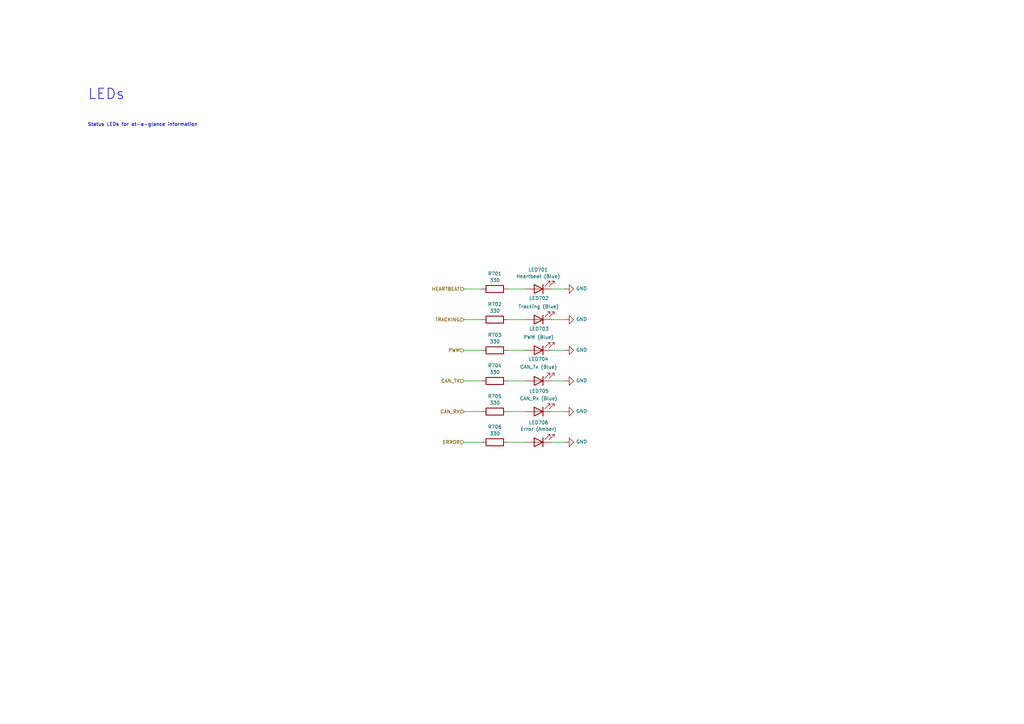
<source format=kicad_sch>
(kicad_sch (version 20230121) (generator eeschema)
  (paper "A4")
  (title_block (title "Sunscatter") (date "2022-06-05") (rev "3.4.0") (company "Longhorn Racing Solar") (comment 1 "Matthew Yu") (comment 2 "Gary Hallock"))
  (lib_symbols
    (symbol "Device:LED" (pin_numbers hide) (pin_names (offset 1.016) hide)
      (property "Reference" "D" (at 0 2.54 0))
      (property "Value" "LED" (at 0 -2.54 0))
      (symbol "LED_0_1"
        (polyline (pts (xy -1.27 -1.27) (xy -1.27 1.27)) (stroke (width 0.254)))
        (polyline (pts (xy -1.27 0) (xy 1.27 0)))
        (polyline (pts (xy 1.27 -1.27) (xy 1.27 1.27) (xy -1.27 0) (xy 1.27 -1.27)) (stroke (width 0.254)))
        (polyline (pts (xy -3.048 -0.762) (xy -4.572 -2.286) (xy -3.81 -2.286) (xy -4.572 -2.286) (xy -4.572 -1.524)))
        (polyline (pts (xy -1.778 -0.762) (xy -3.302 -2.286) (xy -2.54 -2.286) (xy -3.302 -2.286) (xy -3.302 -1.524)))
      )
      (symbol "LED_1_1"
        (pin passive line (at -3.81 0 0) (length 2.54) (name "K") (number "1"))
        (pin passive line (at 3.81 0 180) (length 2.54) (name "A") (number "2"))
      )
    )
    (symbol "Device:R" (pin_numbers hide) (pin_names (offset 0))
      (property "Reference" "R" (at 2.032 0 90))
      (property "Value" "R" (at 0 0 90))
      (symbol "R_0_1"
        (rectangle (start -1.016 -2.54) (end 1.016 2.54) (stroke (width 0.254)))
      )
      (symbol "R_1_1"
        (pin passive line (at 0 3.81 270) (length 1.27) (name "~") (number "1"))
        (pin passive line (at 0 -3.81 90) (length 1.27) (name "~") (number "2"))
      )
    )
    (symbol "power:GND" (power) (pin_names (offset 0))
      (property "Value" "GND" (at 0 -3.81 0))
      (symbol "GND_0_1"
        (polyline (pts (xy 0 0) (xy 0 -1.27) (xy 1.27 -1.27) (xy 0 -2.54) (xy -1.27 -1.27) (xy 0 -1.27)))
      )
      (symbol "GND_1_1"
        (pin power_in line (at 0 0 270) (length 0) hide (name "GND") (number "1"))
      )
    )
  )
  (wire (pts (xy 163.83 92.71) (xy 160.02 92.71)))
  (wire (pts (xy 134.62 92.71) (xy 139.7 92.71)))
  (wire (pts (xy 160.02 83.82) (xy 163.83 83.82)))
  (wire (pts (xy 163.83 101.6) (xy 160.02 101.6)))
  (wire (pts (xy 147.32 83.82) (xy 152.4 83.82)))
  (wire (pts (xy 134.62 119.38) (xy 139.7 119.38)))
  (wire (pts (xy 134.62 101.6) (xy 139.7 101.6)))
  (wire (pts (xy 147.32 110.49) (xy 152.4 110.49)))
  (wire (pts (xy 147.32 101.6) (xy 152.4 101.6)))
  (wire (pts (xy 163.83 119.38) (xy 160.02 119.38)))
  (wire (pts (xy 147.32 119.38) (xy 152.4 119.38)))
  (wire (pts (xy 163.83 110.49) (xy 160.02 110.49)))
  (wire (pts (xy 163.83 128.27) (xy 160.02 128.27)))
  (wire (pts (xy 147.32 92.71) (xy 152.4 92.71)))
  (wire (pts (xy 134.62 110.49) (xy 139.7 110.49)))
  (wire (pts (xy 134.62 128.27) (xy 139.7 128.27)))
  (wire (pts (xy 147.32 128.27) (xy 152.4 128.27)))
  (wire (pts (xy 134.62 83.82) (xy 139.7 83.82)))
  (text "Status LEDs for at-a-glance information" (at 25.4 36.83 0) (effects (font (size 1 1)) (justify left bottom)))
  (text "LEDs" (at 25.4 29.21 0) (effects (font (size 3 3) (thickness 0.2) bold) (justify left bottom)))
  (hierarchical_label "CAN_RX" (shape input) (at 134.62 119.38 180) (effects (font (size 1 1))))
  (hierarchical_label "CAN_TX" (shape input) (at 134.62 110.49 180) (effects (font (size 1 1))))
  (hierarchical_label "ERROR" (shape input) (at 134.62 128.27 180) (effects (font (size 1 1))))
  (hierarchical_label "TRACKING" (shape input) (at 134.62 92.71 180) (effects (font (size 1 1))))
  (hierarchical_label "HEARTBEAT" (shape input) (at 134.62 83.82 180) (effects (font (size 1 1))))
  (hierarchical_label "PWM" (shape input) (at 134.62 101.6 180) (effects (font (size 1 1))))
  (symbol (lib_id "power:GND") (at 163.83 101.6 90) (unit 1)
    (property "Reference" "#PWR0703" (effects hide))
    (property "Value" "GND" (at 167.0812 101.473 90) (effects (font (size 1 1)) (justify right)))
  )
  (symbol (lib_id "Device:R") (at 143.51 128.27 90) (unit 1)
    (property "Reference" "R706" (at 143.51 123.825 90) (effects (font (size 1 1))))
    (property "Value" "330" (at 143.51 125.73 90) (effects (font (size 1 1))))
    (property "Footprint" "Resistor_SMD:R_0805_2012Metric" (effects hide))
    (property "Datasheet" "https://datasheet.lcsc.com/lcsc/2110251830_UNI-ROYAL-Uniroyal-Elec-0805W8F3300T5E_C17630.pdf" (effects hide))
    (property "Distributor" "JLCPCB" (effects hide))
    (property "Manufacturer" "Uniroyal Elec" (effects hide))
    (property "JLCPCB BOM" "1" (effects hide))
    (property "LCSC Part" "C17630" (effects hide))
    (property "Projected Cost" "0.0024" (effects hide))
    (property "Purchase Page" "N/A" (effects hide))
    (property "Manufacturer Part Number" "0805W8F3300T5E" (effects hide))
    (property "Mouser Part" "N/A" (effects hide))
  )
  (symbol (lib_id "Device:LED") (at 156.21 83.82 180) (unit 1)
    (property "Reference" "LED701" (at 156.083 78.232 0) (effects (font (size 1 1))))
    (property "Value" "Heartbeat (Blue)" (at 156.083 80.137 0) (effects (font (size 1 1))))
    (property "Footprint" "LED_SMD:LED_0805_2012Metric" (effects hide))
    (property "Datasheet" "https://www.mouser.com/datasheet/2/216/APTD2012LQBC_D-1102003.pdf" (effects hide))
    (property "Distributor" "Mouser" (effects hide))
    (property "Manufacturer" "Kingbright" (effects hide))
    (property "JLCPCB BOM" "0" (effects hide))
    (property "LCSC Part" "N/A" (effects hide))
    (property "Projected Cost" "0.57" (effects hide))
    (property "Purchase Page" "https://www.mouser.com/ProductDetail/Kingbright/APTD2012LQBC-D?qs=AQlKX63v8RvDGqprk6aUCg%3D%3D" (effects hide))
    (property "Manufacturer Part Number" "APTD2012LQBC/D" (effects hide))
    (property "Mouser Part" "604-APTD2012LQBCD" (effects hide))
  )
  (symbol (lib_id "power:GND") (at 163.83 92.71 90) (unit 1)
    (property "Reference" "#PWR0702" (effects hide))
    (property "Value" "GND" (at 167.0812 92.583 90) (effects (font (size 1 1)) (justify right)))
  )
  (symbol (lib_id "power:GND") (at 163.83 128.27 90) (unit 1)
    (property "Reference" "#PWR0706" (effects hide))
    (property "Value" "GND" (at 167.0812 128.143 90) (effects (font (size 1 1)) (justify right)))
  )
  (symbol (lib_id "Device:R") (at 143.51 119.38 90) (unit 1)
    (property "Reference" "R705" (at 143.51 114.935 90) (effects (font (size 1 1))))
    (property "Value" "330" (at 143.51 116.84 90) (effects (font (size 1 1))))
    (property "Footprint" "Resistor_SMD:R_0805_2012Metric" (effects hide))
    (property "Datasheet" "https://datasheet.lcsc.com/lcsc/2110251830_UNI-ROYAL-Uniroyal-Elec-0805W8F3300T5E_C17630.pdf" (effects hide))
    (property "Distributor" "JLCPCB" (effects hide))
    (property "Manufacturer" "Uniroyal Elec" (effects hide))
    (property "JLCPCB BOM" "1" (effects hide))
    (property "LCSC Part" "C17630" (effects hide))
    (property "Projected Cost" "0.0024" (effects hide))
    (property "Purchase Page" "N/A" (effects hide))
    (property "Manufacturer Part Number" "0805W8F3300T5E" (effects hide))
    (property "Mouser Part" "N/A" (effects hide))
  )
  (symbol (lib_id "Device:LED") (at 156.21 110.49 180) (unit 1)
    (property "Reference" "LED704" (at 156.21 104.14 0) (effects (font (size 1 1))))
    (property "Value" "CAN_Tx (Blue)" (at 156.21 106.426 0) (effects (font (size 1 1))))
    (property "Footprint" "LED_SMD:LED_0805_2012Metric" (effects hide))
    (property "Datasheet" "https://www.mouser.com/datasheet/2/216/APTD2012LQBC_D-1102003.pdf" (effects hide))
    (property "Distributor" "Mouser" (effects hide))
    (property "Manufacturer" "Kingbright" (effects hide))
    (property "JLCPCB BOM" "0" (effects hide))
    (property "LCSC Part" "N/A" (effects hide))
    (property "Projected Cost" "0.57" (effects hide))
    (property "Purchase Page" "https://www.mouser.com/ProductDetail/Kingbright/APTD2012LQBC-D?qs=AQlKX63v8RvDGqprk6aUCg%3D%3D" (effects hide))
    (property "Manufacturer Part Number" "APTD2012LQBC/D" (effects hide))
    (property "Mouser Part" "604-APTD2012LQBCD" (effects hide))
  )
  (symbol (lib_id "Device:LED") (at 156.21 101.6 180) (unit 1)
    (property "Reference" "LED703" (at 156.337 95.377 0) (effects (font (size 1 1))))
    (property "Value" "PWM (Blue)" (at 156.21 97.79 0) (effects (font (size 1 1))))
    (property "Footprint" "LED_SMD:LED_0805_2012Metric" (effects hide))
    (property "Datasheet" "https://www.mouser.com/datasheet/2/216/APTD2012LQBC_D-1102003.pdf" (effects hide))
    (property "Distributor" "Mouser" (effects hide))
    (property "Manufacturer" "Kingbright" (effects hide))
    (property "JLCPCB BOM" "0" (effects hide))
    (property "LCSC Part" "N/A" (effects hide))
    (property "Projected Cost" "0.57" (effects hide))
    (property "Purchase Page" "https://www.mouser.com/ProductDetail/Kingbright/APTD2012LQBC-D?qs=AQlKX63v8RvDGqprk6aUCg%3D%3D" (effects hide))
    (property "Manufacturer Part Number" "APTD2012LQBC/D" (effects hide))
    (property "Mouser Part" "604-APTD2012LQBCD" (effects hide))
  )
  (symbol (lib_id "Device:LED") (at 156.21 128.27 180) (unit 1)
    (property "Reference" "LED706" (at 156.21 122.555 0) (effects (font (size 1 1))))
    (property "Value" "Error (Amber)" (at 156.21 124.46 0) (effects (font (size 1 1))))
    (property "Footprint" "LED_SMD:LED_0805_2012Metric" (effects hide))
    (property "Datasheet" "https://www.mouser.com/datasheet/2/216/APTD2012LSURCK-1101937.pdf" (effects hide))
    (property "Distributor" "Mouser" (effects hide))
    (property "Manufacturer" "Kingbright" (effects hide))
    (property "JLCPCB BOM" "0" (effects hide))
    (property "Purchase Page" "https://www.mouser.com/ProductDetail/Kingbright/APTD2012LSURCK?qs=AQlKX63v8RvkMadNvwbkxw%3D%3D" (effects hide))
    (property "LCSC Part" "N/A" (effects hide))
    (property "Projected Cost" "0.46" (effects hide))
    (property "Manufacturer Part Number" "APTD2012LSURCK" (effects hide))
    (property "Mouser Part" "604-APTD2012LSURCK" (effects hide))
  )
  (symbol (lib_id "power:GND") (at 163.83 119.38 90) (unit 1)
    (property "Reference" "#PWR0705" (effects hide))
    (property "Value" "GND" (at 167.0812 119.253 90) (effects (font (size 1 1)) (justify right)))
  )
  (symbol (lib_id "power:GND") (at 163.83 110.49 90) (unit 1)
    (property "Reference" "#PWR0704" (effects hide))
    (property "Value" "GND" (at 167.0812 110.363 90) (effects (font (size 1 1)) (justify right)))
  )
  (symbol (lib_id "Device:R") (at 143.51 92.71 90) (unit 1)
    (property "Reference" "R702" (at 143.51 88.265 90) (effects (font (size 1 1))))
    (property "Value" "330" (at 143.51 90.17 90) (effects (font (size 1 1))))
    (property "Footprint" "Resistor_SMD:R_0805_2012Metric" (effects hide))
    (property "Datasheet" "https://datasheet.lcsc.com/lcsc/2110251830_UNI-ROYAL-Uniroyal-Elec-0805W8F3300T5E_C17630.pdf" (effects hide))
    (property "Distributor" "JLCPCB" (effects hide))
    (property "Manufacturer" "Uniroyal Elec" (effects hide))
    (property "JLCPCB BOM" "1" (effects hide))
    (property "LCSC Part" "C17630" (effects hide))
    (property "Projected Cost" "0.0024" (effects hide))
    (property "Purchase Page" "N/A" (effects hide))
    (property "Manufacturer Part Number" "0805W8F3300T5E" (effects hide))
    (property "Mouser Part" "N/A" (effects hide))
  )
  (symbol (lib_id "Device:R") (at 143.51 101.6 90) (unit 1)
    (property "Reference" "R703" (at 143.51 97.155 90) (effects (font (size 1 1))))
    (property "Value" "330" (at 143.51 99.06 90) (effects (font (size 1 1))))
    (property "Footprint" "Resistor_SMD:R_0805_2012Metric" (effects hide))
    (property "Datasheet" "https://datasheet.lcsc.com/lcsc/2110251830_UNI-ROYAL-Uniroyal-Elec-0805W8F3300T5E_C17630.pdf" (effects hide))
    (property "Distributor" "JLCPCB" (effects hide))
    (property "Manufacturer" "Uniroyal Elec" (effects hide))
    (property "JLCPCB BOM" "1" (effects hide))
    (property "LCSC Part" "C17630" (effects hide))
    (property "Projected Cost" "0.0024" (effects hide))
    (property "Purchase Page" "N/A" (effects hide))
    (property "Manufacturer Part Number" "0805W8F3300T5E" (effects hide))
    (property "Mouser Part" "N/A" (effects hide))
  )
  (symbol (lib_id "Device:R") (at 143.51 83.82 90) (unit 1)
    (property "Reference" "R701" (at 143.51 79.375 90) (effects (font (size 1 1))))
    (property "Value" "330" (at 143.51 81.28 90) (effects (font (size 1 1))))
    (property "Footprint" "Resistor_SMD:R_0805_2012Metric" (effects hide))
    (property "Datasheet" "https://datasheet.lcsc.com/lcsc/2110251830_UNI-ROYAL-Uniroyal-Elec-0805W8F3300T5E_C17630.pdf" (effects hide))
    (property "Distributor" "JLCPCB" (effects hide))
    (property "Manufacturer" "Uniroyal Elec" (effects hide))
    (property "JLCPCB BOM" "1" (effects hide))
    (property "LCSC Part" "C17630" (effects hide))
    (property "Projected Cost" "0.0024" (effects hide))
    (property "Purchase Page" "N/A" (effects hide))
    (property "Manufacturer Part Number" "0805W8F3300T5E" (effects hide))
    (property "Mouser Part" "N/A" (effects hide))
  )
  (symbol (lib_id "power:GND") (at 163.83 83.82 90) (unit 1)
    (property "Reference" "#PWR0701" (effects hide))
    (property "Value" "GND" (at 167.0812 83.693 90) (effects (font (size 1 1)) (justify right)))
  )
  (symbol (lib_id "Device:LED") (at 156.21 92.71 180) (unit 1)
    (property "Reference" "LED702" (at 156.337 86.487 0) (effects (font (size 1 1))))
    (property "Value" "Tracking (Blue)" (at 156.21 88.9 0) (effects (font (size 1 1))))
    (property "Footprint" "LED_SMD:LED_0805_2012Metric" (effects hide))
    (property "Datasheet" "https://www.mouser.com/datasheet/2/216/APTD2012LQBC_D-1102003.pdf" (effects hide))
    (property "Distributor" "Mouser" (effects hide))
    (property "Manufacturer" "Kingbright" (effects hide))
    (property "JLCPCB BOM" "0" (effects hide))
    (property "LCSC Part" "N/A" (effects hide))
    (property "Projected Cost" "0.57" (effects hide))
    (property "Purchase Page" "https://www.mouser.com/ProductDetail/Kingbright/APTD2012LQBC-D?qs=AQlKX63v8RvDGqprk6aUCg%3D%3D" (effects hide))
    (property "Manufacturer Part Number" "APTD2012LQBC/D" (effects hide))
    (property "Mouser Part" "604-APTD2012LQBCD" (effects hide))
  )
  (symbol (lib_id "Device:LED") (at 156.21 119.38 180) (unit 1)
    (property "Reference" "LED705" (at 156.337 113.411 0) (effects (font (size 1 1))))
    (property "Value" "CAN_Rx (Blue)" (at 156.21 115.57 0) (effects (font (size 1 1))))
    (property "Footprint" "LED_SMD:LED_0805_2012Metric" (effects hide))
    (property "Datasheet" "https://www.mouser.com/datasheet/2/216/APTD2012LQBC_D-1102003.pdf" (effects hide))
    (property "Distributor" "Mouser" (effects hide))
    (property "Manufacturer" "Kingbright" (effects hide))
    (property "JLCPCB BOM" "0" (effects hide))
    (property "LCSC Part" "N/A" (effects hide))
    (property "Projected Cost" "0.57" (effects hide))
    (property "Purchase Page" "https://www.mouser.com/ProductDetail/Kingbright/APTD2012LQBC-D?qs=AQlKX63v8RvDGqprk6aUCg%3D%3D" (effects hide))
    (property "Manufacturer Part Number" "APTD2012LQBC/D" (effects hide))
    (property "Mouser Part" "604-APTD2012LQBCD" (effects hide))
  )
  (symbol (lib_id "Device:R") (at 143.51 110.49 90) (unit 1)
    (property "Reference" "R704" (at 143.51 106.045 90) (effects (font (size 1 1))))
    (property "Value" "330" (at 143.51 107.95 90) (effects (font (size 1 1))))
    (property "Footprint" "Resistor_SMD:R_0805_2012Metric" (effects hide))
    (property "Datasheet" "https://datasheet.lcsc.com/lcsc/2110251830_UNI-ROYAL-Uniroyal-Elec-0805W8F3300T5E_C17630.pdf" (effects hide))
    (property "Distributor" "JLCPCB" (effects hide))
    (property "Manufacturer" "Uniroyal Elec" (effects hide))
    (property "JLCPCB BOM" "1" (effects hide))
    (property "LCSC Part" "C17630" (effects hide))
    (property "Projected Cost" "0.0024" (effects hide))
    (property "Purchase Page" "N/A" (effects hide))
    (property "Manufacturer Part Number" "0805W8F3300T5E" (effects hide))
    (property "Mouser Part" "N/A" (effects hide))
  )
)
</source>
